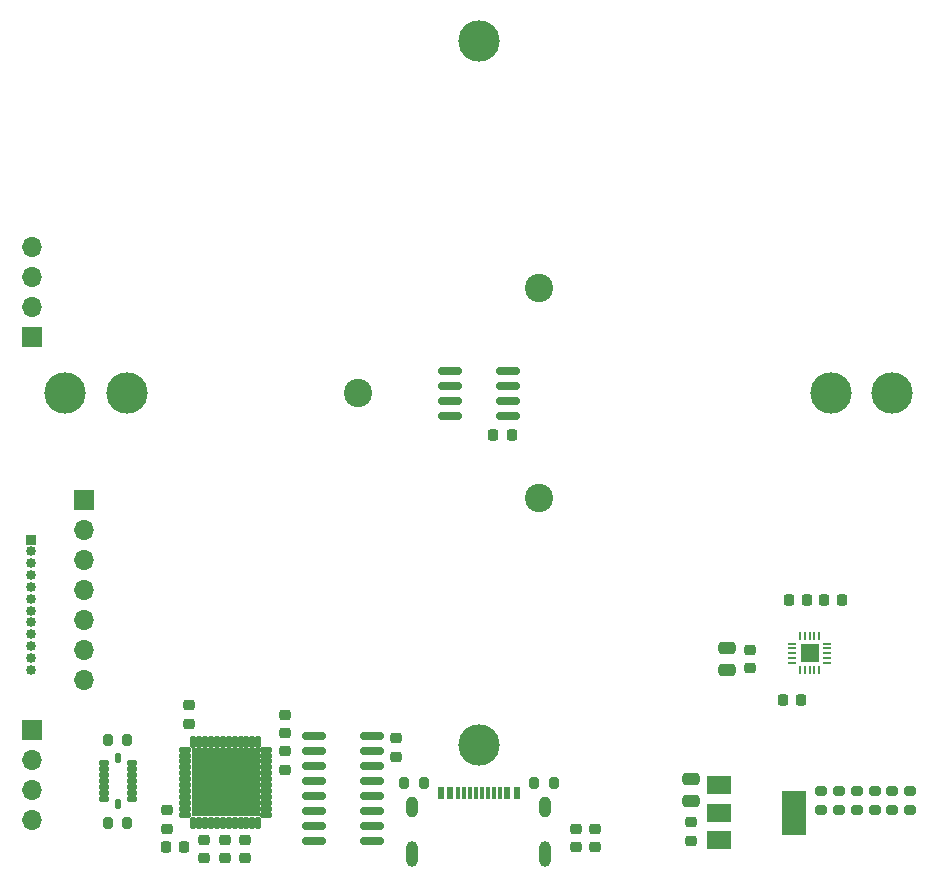
<source format=gbr>
%TF.GenerationSoftware,KiCad,Pcbnew,(6.0.5)*%
%TF.CreationDate,2023-11-22T15:14:02+07:00*%
%TF.ProjectId,view_base,76696577-5f62-4617-9365-2e6b69636164,rev?*%
%TF.SameCoordinates,Original*%
%TF.FileFunction,Soldermask,Top*%
%TF.FilePolarity,Negative*%
%FSLAX46Y46*%
G04 Gerber Fmt 4.6, Leading zero omitted, Abs format (unit mm)*
G04 Created by KiCad (PCBNEW (6.0.5)) date 2023-11-22 15:14:02*
%MOMM*%
%LPD*%
G01*
G04 APERTURE LIST*
G04 Aperture macros list*
%AMRoundRect*
0 Rectangle with rounded corners*
0 $1 Rounding radius*
0 $2 $3 $4 $5 $6 $7 $8 $9 X,Y pos of 4 corners*
0 Add a 4 corners polygon primitive as box body*
4,1,4,$2,$3,$4,$5,$6,$7,$8,$9,$2,$3,0*
0 Add four circle primitives for the rounded corners*
1,1,$1+$1,$2,$3*
1,1,$1+$1,$4,$5*
1,1,$1+$1,$6,$7*
1,1,$1+$1,$8,$9*
0 Add four rect primitives between the rounded corners*
20,1,$1+$1,$2,$3,$4,$5,0*
20,1,$1+$1,$4,$5,$6,$7,0*
20,1,$1+$1,$6,$7,$8,$9,0*
20,1,$1+$1,$8,$9,$2,$3,0*%
G04 Aperture macros list end*
%ADD10C,2.400000*%
%ADD11C,3.500000*%
%ADD12R,0.600000X1.090000*%
%ADD13R,0.300000X1.090000*%
%ADD14O,1.000000X2.200000*%
%ADD15O,1.000000X1.800000*%
%ADD16RoundRect,0.200000X0.200000X0.275000X-0.200000X0.275000X-0.200000X-0.275000X0.200000X-0.275000X0*%
%ADD17RoundRect,0.200000X-0.200000X-0.275000X0.200000X-0.275000X0.200000X0.275000X-0.200000X0.275000X0*%
%ADD18RoundRect,0.110100X0.126900X-0.426900X0.126900X0.426900X-0.126900X0.426900X-0.126900X-0.426900X0*%
%ADD19RoundRect,0.110100X0.426900X0.126900X-0.426900X0.126900X-0.426900X-0.126900X0.426900X-0.126900X0*%
%ADD20RoundRect,0.102000X2.800000X-2.800000X2.800000X2.800000X-2.800000X2.800000X-2.800000X-2.800000X0*%
%ADD21RoundRect,0.225000X-0.250000X0.225000X-0.250000X-0.225000X0.250000X-0.225000X0.250000X0.225000X0*%
%ADD22RoundRect,0.250000X-0.475000X0.250000X-0.475000X-0.250000X0.475000X-0.250000X0.475000X0.250000X0*%
%ADD23RoundRect,0.225000X-0.225000X-0.250000X0.225000X-0.250000X0.225000X0.250000X-0.225000X0.250000X0*%
%ADD24R,2.000000X1.500000*%
%ADD25R,2.000000X3.800000*%
%ADD26RoundRect,0.150000X-0.825000X-0.150000X0.825000X-0.150000X0.825000X0.150000X-0.825000X0.150000X0*%
%ADD27RoundRect,0.050000X0.050000X-0.300000X0.050000X0.300000X-0.050000X0.300000X-0.050000X-0.300000X0*%
%ADD28RoundRect,0.050000X0.300000X-0.050000X0.300000X0.050000X-0.300000X0.050000X-0.300000X-0.050000X0*%
%ADD29R,1.500000X1.500000*%
%ADD30RoundRect,0.225000X0.225000X0.250000X-0.225000X0.250000X-0.225000X-0.250000X0.225000X-0.250000X0*%
%ADD31RoundRect,0.150000X0.825000X0.150000X-0.825000X0.150000X-0.825000X-0.150000X0.825000X-0.150000X0*%
%ADD32RoundRect,0.200000X-0.275000X0.200000X-0.275000X-0.200000X0.275000X-0.200000X0.275000X0.200000X0*%
%ADD33RoundRect,0.225000X0.250000X-0.225000X0.250000X0.225000X-0.250000X0.225000X-0.250000X-0.225000X0*%
%ADD34R,1.700000X1.700000*%
%ADD35O,1.700000X1.700000*%
%ADD36RoundRect,0.102000X0.295000X0.175000X-0.295000X0.175000X-0.295000X-0.175000X0.295000X-0.175000X0*%
%ADD37RoundRect,0.102000X0.175000X-0.295000X0.175000X0.295000X-0.175000X0.295000X-0.175000X-0.295000X0*%
%ADD38RoundRect,0.102000X-0.295000X-0.175000X0.295000X-0.175000X0.295000X0.175000X-0.295000X0.175000X0*%
%ADD39RoundRect,0.102000X-0.175000X0.295000X-0.175000X-0.295000X0.175000X-0.295000X0.175000X0.295000X0*%
%ADD40R,0.850000X0.850000*%
%ADD41O,0.850000X0.850000*%
G04 APERTURE END LIST*
D10*
%TO.C,H3*%
X105125400Y-91122500D03*
%TD*%
%TO.C,H1*%
X105125400Y-108877500D03*
%TD*%
%TO.C,H2*%
X89749100Y-100000000D03*
%TD*%
D11*
%TO.C,H4*%
X100000000Y-129800000D03*
%TD*%
%TO.C,H5*%
X70200000Y-100000000D03*
%TD*%
%TO.C,H6*%
X100000000Y-70200000D03*
%TD*%
%TO.C,H7*%
X129800000Y-100000000D03*
%TD*%
D12*
%TO.C,J2*%
X96800000Y-133850000D03*
X97600000Y-133850000D03*
D13*
X98750000Y-133850000D03*
X99750000Y-133850000D03*
X100250000Y-133850000D03*
X101250000Y-133850000D03*
D12*
X102400000Y-133850000D03*
X103200000Y-133850000D03*
X103200000Y-133850000D03*
X102400000Y-133850000D03*
D13*
X101750000Y-133850000D03*
X100750000Y-133850000D03*
X99250000Y-133850000D03*
X98250000Y-133850000D03*
D12*
X97600000Y-133850000D03*
X96800000Y-133850000D03*
D14*
X94380000Y-139000000D03*
X105620000Y-139000000D03*
D15*
X105620000Y-135000000D03*
X94380000Y-135000000D03*
%TD*%
D16*
%TO.C,R1*%
X95325000Y-133000000D03*
X93675000Y-133000000D03*
%TD*%
D17*
%TO.C,R2*%
X104675000Y-133000000D03*
X106325000Y-133000000D03*
%TD*%
D18*
%TO.C,U2*%
X75825000Y-136355000D03*
X76325000Y-136355000D03*
X76825000Y-136355000D03*
X77325000Y-136355000D03*
X77825000Y-136355000D03*
X78325000Y-136355000D03*
X78825000Y-136355000D03*
X79325000Y-136355000D03*
X79825000Y-136355000D03*
X80325000Y-136355000D03*
X80825000Y-136355000D03*
X81325000Y-136355000D03*
D19*
X82005000Y-135675000D03*
X82005000Y-135175000D03*
X82005000Y-134675000D03*
X82005000Y-134175000D03*
X82005000Y-133675000D03*
X82005000Y-133175000D03*
X82005000Y-132675000D03*
X82005000Y-132175000D03*
X82005000Y-131675000D03*
X82005000Y-131175000D03*
X82005000Y-130675000D03*
X82005000Y-130175000D03*
D18*
X81325000Y-129495000D03*
X80825000Y-129495000D03*
X80325000Y-129495000D03*
X79825000Y-129495000D03*
X79325000Y-129495000D03*
X78825000Y-129495000D03*
X78325000Y-129495000D03*
X77825000Y-129495000D03*
X77325000Y-129495000D03*
X76825000Y-129495000D03*
X76325000Y-129495000D03*
X75825000Y-129495000D03*
D19*
X75145000Y-130175000D03*
X75145000Y-130675000D03*
X75145000Y-131175000D03*
X75145000Y-131675000D03*
X75145000Y-132175000D03*
X75145000Y-132675000D03*
X75145000Y-133175000D03*
X75145000Y-133675000D03*
X75145000Y-134175000D03*
X75145000Y-134675000D03*
X75145000Y-135175000D03*
X75145000Y-135675000D03*
D20*
X78575000Y-132925000D03*
%TD*%
D21*
%TO.C,C11*%
X93000000Y-129225000D03*
X93000000Y-130775000D03*
%TD*%
D22*
%TO.C,C13*%
X121000000Y-121550000D03*
X121000000Y-123450000D03*
%TD*%
D21*
%TO.C,C14*%
X123000000Y-121725000D03*
X123000000Y-123275000D03*
%TD*%
D23*
%TO.C,C15*%
X125725000Y-126000000D03*
X127275000Y-126000000D03*
%TD*%
%TO.C,C17*%
X129225000Y-117500000D03*
X130775000Y-117500000D03*
%TD*%
D24*
%TO.C,U6*%
X120350000Y-133200000D03*
D25*
X126650000Y-135500000D03*
D24*
X120350000Y-135500000D03*
X120350000Y-137800000D03*
%TD*%
D26*
%TO.C,U3*%
X86025000Y-129055000D03*
X86025000Y-130325000D03*
X86025000Y-131595000D03*
X86025000Y-132865000D03*
X86025000Y-134135000D03*
X86025000Y-135405000D03*
X86025000Y-136675000D03*
X86025000Y-137945000D03*
X90975000Y-137945000D03*
X90975000Y-136675000D03*
X90975000Y-135405000D03*
X90975000Y-134135000D03*
X90975000Y-132865000D03*
X90975000Y-131595000D03*
X90975000Y-130325000D03*
X90975000Y-129055000D03*
%TD*%
D27*
%TO.C,U5*%
X127200000Y-123450000D03*
X127600000Y-123450000D03*
X128000000Y-123450000D03*
X128400000Y-123450000D03*
X128800000Y-123450000D03*
D28*
X129450000Y-122800000D03*
X129450000Y-122400000D03*
X129450000Y-122000000D03*
X129450000Y-121600000D03*
X129450000Y-121200000D03*
D27*
X128800000Y-120550000D03*
X128400000Y-120550000D03*
X128000000Y-120550000D03*
X127600000Y-120550000D03*
X127200000Y-120550000D03*
D28*
X126550000Y-121200000D03*
X126550000Y-121600000D03*
X126550000Y-122000000D03*
X126550000Y-122400000D03*
X126550000Y-122800000D03*
D29*
X128000000Y-122000000D03*
%TD*%
D30*
%TO.C,C21*%
X127775000Y-117500000D03*
X126225000Y-117500000D03*
%TD*%
D31*
%TO.C,U1*%
X102475000Y-101905000D03*
X102475000Y-100635000D03*
X102475000Y-99365000D03*
X102475000Y-98095000D03*
X97525000Y-98095000D03*
X97525000Y-99365000D03*
X97525000Y-100635000D03*
X97525000Y-101905000D03*
%TD*%
D30*
%TO.C,C20*%
X102775000Y-103500000D03*
X101225000Y-103500000D03*
%TD*%
D32*
%TO.C,R7*%
X129000000Y-133675000D03*
X129000000Y-135325000D03*
%TD*%
%TO.C,R8*%
X130500000Y-133675000D03*
X130500000Y-135325000D03*
%TD*%
%TO.C,R12*%
X136500000Y-133675000D03*
X136500000Y-135325000D03*
%TD*%
%TO.C,R9*%
X132000000Y-133675000D03*
X132000000Y-135325000D03*
%TD*%
%TO.C,R10*%
X133500000Y-133675000D03*
X133500000Y-135325000D03*
%TD*%
%TO.C,R11*%
X135000000Y-133675000D03*
X135000000Y-135325000D03*
%TD*%
D22*
%TO.C,C10*%
X118000000Y-132650000D03*
X118000000Y-134550000D03*
%TD*%
D33*
%TO.C,C9*%
X118000000Y-137875000D03*
X118000000Y-136325000D03*
%TD*%
D11*
%TO.C,H8*%
X135000000Y-100000000D03*
%TD*%
%TO.C,H9*%
X65000000Y-100000000D03*
%TD*%
D16*
%TO.C,R3*%
X70222500Y-136425000D03*
X68572500Y-136425000D03*
%TD*%
D34*
%TO.C,J6*%
X66600000Y-109040000D03*
D35*
X66600000Y-111580000D03*
X66600000Y-114120000D03*
X66600000Y-116660000D03*
X66600000Y-119200000D03*
X66600000Y-121740000D03*
X66600000Y-124280000D03*
%TD*%
D33*
%TO.C,C1*%
X73600000Y-136875000D03*
X73600000Y-135325000D03*
%TD*%
D30*
%TO.C,C4*%
X75075000Y-138400000D03*
X73525000Y-138400000D03*
%TD*%
D33*
%TO.C,C2*%
X75500000Y-127975000D03*
X75500000Y-126425000D03*
%TD*%
D34*
%TO.C,J5*%
X62200000Y-128500000D03*
D35*
X62200000Y-131040000D03*
X62200000Y-133580000D03*
X62200000Y-136120000D03*
%TD*%
D33*
%TO.C,C12*%
X78500000Y-139375000D03*
X78500000Y-137825000D03*
%TD*%
D21*
%TO.C,C5*%
X109800000Y-136900000D03*
X109800000Y-138450000D03*
%TD*%
D16*
%TO.C,R4*%
X70222500Y-129325000D03*
X68572500Y-129325000D03*
%TD*%
D33*
%TO.C,C16*%
X83600000Y-131875000D03*
X83600000Y-130325000D03*
%TD*%
D21*
%TO.C,C8*%
X76700000Y-137825000D03*
X76700000Y-139375000D03*
%TD*%
D33*
%TO.C,C3*%
X108200000Y-138450000D03*
X108200000Y-136900000D03*
%TD*%
D21*
%TO.C,C7*%
X83600000Y-127225000D03*
X83600000Y-128775000D03*
%TD*%
D36*
%TO.C,U4*%
X70600000Y-131325000D03*
X70600000Y-131825000D03*
X70600000Y-132325000D03*
X70600000Y-132825000D03*
X70600000Y-133325000D03*
X70600000Y-133825000D03*
X70600000Y-134325000D03*
D37*
X69435000Y-134740000D03*
D38*
X68270000Y-134325000D03*
X68270000Y-133825000D03*
X68270000Y-133325000D03*
X68270000Y-132825000D03*
X68270000Y-132325000D03*
X68270000Y-131825000D03*
X68270000Y-131325000D03*
D39*
X69435000Y-130910000D03*
%TD*%
D40*
%TO.C,J7*%
X62100000Y-112400000D03*
D41*
X62100000Y-113400000D03*
X62100000Y-114400000D03*
X62100000Y-115400000D03*
X62100000Y-116400000D03*
X62100000Y-117400000D03*
X62100000Y-118400000D03*
X62100000Y-119400000D03*
X62100000Y-120400000D03*
X62100000Y-121400000D03*
X62100000Y-122400000D03*
X62100000Y-123400000D03*
%TD*%
D34*
%TO.C,J3*%
X62200000Y-95220000D03*
D35*
X62200000Y-92680000D03*
X62200000Y-90140000D03*
X62200000Y-87600000D03*
%TD*%
D21*
%TO.C,C6*%
X80200000Y-137825000D03*
X80200000Y-139375000D03*
%TD*%
M02*

</source>
